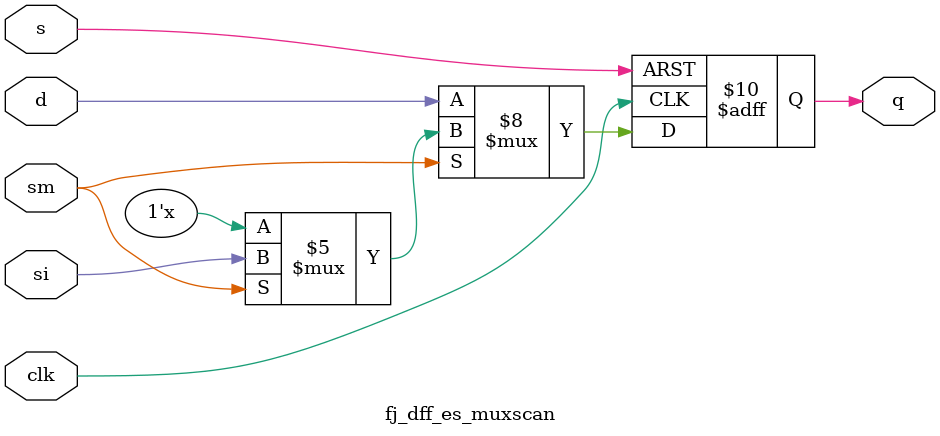
<source format=v>
module fj_dff_es_muxscan(q, d, si, sm, clk, s);
output q; 
input  d, si, sm, clk, s;
       reg q;
        always @(posedge clk or posedge s) begin
		if (s)
		  	q <= #1 1'b1;	
                else if (sm==1'b0) 
		  	q <= #1 d;
                else if (sm==1'b1)
		  	q <= #1 si;
                else    q <= #1 1'bx;
        end
endmodule
</source>
